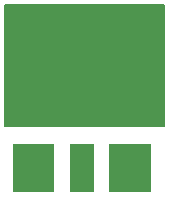
<source format=gts>
G04 #@! TF.GenerationSoftware,KiCad,Pcbnew,5.1.4+dfsg1-1*
G04 #@! TF.CreationDate,2019-11-18T19:04:25+01:00*
G04 #@! TF.ProjectId,USB-LED-Otter,5553422d-4c45-4442-9d4f-747465722e6b,rev?*
G04 #@! TF.SameCoordinates,Original*
G04 #@! TF.FileFunction,Soldermask,Top*
G04 #@! TF.FilePolarity,Negative*
%FSLAX46Y46*%
G04 Gerber Fmt 4.6, Leading zero omitted, Abs format (unit mm)*
G04 Created by KiCad (PCBNEW 5.1.4+dfsg1-1) date 2019-11-18 19:04:25*
%MOMM*%
%LPD*%
G04 APERTURE LIST*
%ADD10C,0.150000*%
%ADD11C,0.100000*%
G04 APERTURE END LIST*
D10*
G36*
X63000000Y-59250000D02*
G01*
X49500000Y-59250000D01*
X49500000Y-49000000D01*
X63000000Y-49000000D01*
X63000000Y-59250000D01*
G37*
X63000000Y-59250000D02*
X49500000Y-59250000D01*
X49500000Y-49000000D01*
X63000000Y-49000000D01*
X63000000Y-59250000D01*
D11*
G36*
X61850000Y-64800000D02*
G01*
X58350000Y-64800000D01*
X58350000Y-60800000D01*
X61850000Y-60800000D01*
X61850000Y-64800000D01*
X61850000Y-64800000D01*
G37*
G36*
X57000000Y-64800000D02*
G01*
X55000000Y-64800000D01*
X55000000Y-60800000D01*
X57000000Y-60800000D01*
X57000000Y-64800000D01*
X57000000Y-64800000D01*
G37*
G36*
X53650000Y-64800000D02*
G01*
X50150000Y-64800000D01*
X50150000Y-60800000D01*
X53650000Y-60800000D01*
X53650000Y-64800000D01*
X53650000Y-64800000D01*
G37*
G36*
X60585000Y-59300000D02*
G01*
X59315000Y-59300000D01*
X59315000Y-50600000D01*
X60585000Y-50600000D01*
X60585000Y-59300000D01*
X60585000Y-59300000D01*
G37*
G36*
X57802000Y-59300000D02*
G01*
X56532000Y-59300000D01*
X56532000Y-51300000D01*
X57802000Y-51300000D01*
X57802000Y-59300000D01*
X57802000Y-59300000D01*
G37*
G36*
X55668000Y-59300000D02*
G01*
X54398000Y-59300000D01*
X54398000Y-51300000D01*
X55668000Y-51300000D01*
X55668000Y-59300000D01*
X55668000Y-59300000D01*
G37*
G36*
X52925000Y-59300000D02*
G01*
X51655000Y-59300000D01*
X51655000Y-50600000D01*
X52925000Y-50600000D01*
X52925000Y-59300000D01*
X52925000Y-59300000D01*
G37*
M02*

</source>
